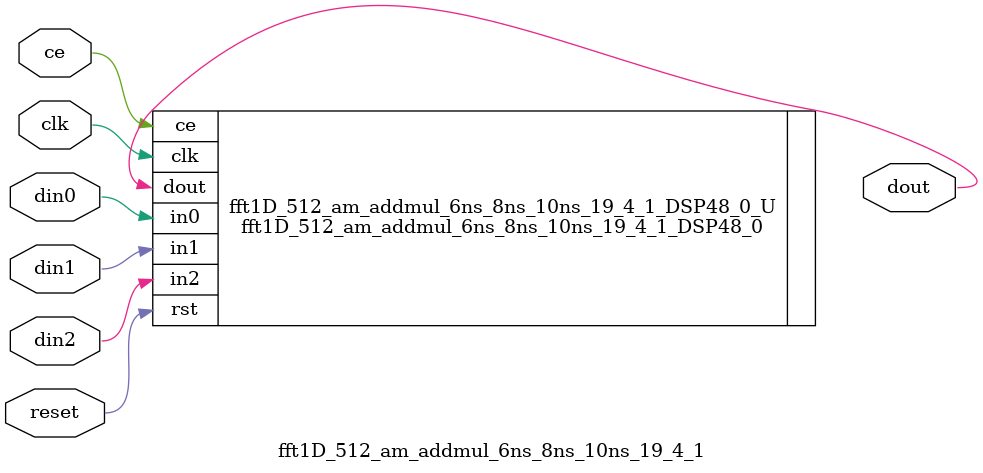
<source format=v>

module fft1D_512_am_addmul_6ns_8ns_10ns_19_4_1(clk,reset,ce,din0,din1,din2,dout);  
parameter ID = 32'd1;
parameter NUM_STAGE = 32'd1;
parameter din0_WIDTH = 32'd1;
parameter din1_WIDTH = 32'd1;
parameter din2_WIDTH = 32'd1;
parameter dout_WIDTH = 32'd1;
input clk;
input reset;
input ce;
input[din0_WIDTH - 1:0] din0;
input[din1_WIDTH - 1:0] din1;
input[din2_WIDTH - 1:0] din2;
output[dout_WIDTH - 1:0] dout;
fft1D_512_am_addmul_6ns_8ns_10ns_19_4_1_DSP48_0 fft1D_512_am_addmul_6ns_8ns_10ns_19_4_1_DSP48_0_U(.clk( clk ),.rst( reset ),.ce( ce ),.in0( din0 ),.in1( din1 ),.in2( din2 ),.dout( dout ));
endmodule

</source>
